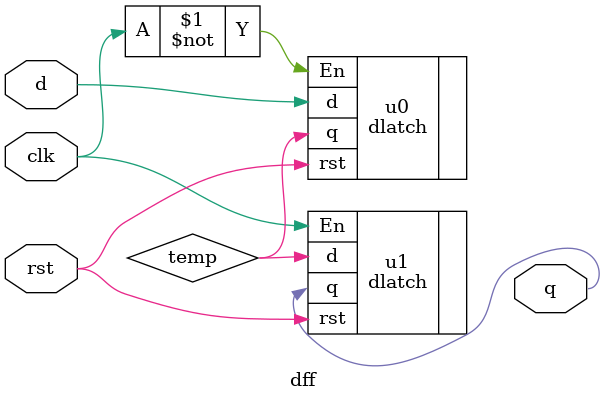
<source format=v>
module dff(d,clk,rst,q);
  input d,clk,rst;
  output q;
  
  wire temp;
  
  dlatch u0(.d(d),.En(~clk),.rst(rst),.q(temp));
  dlatch u1(.d(temp),.En(clk),.rst(rst),.q(q));
  
endmodule
</source>
